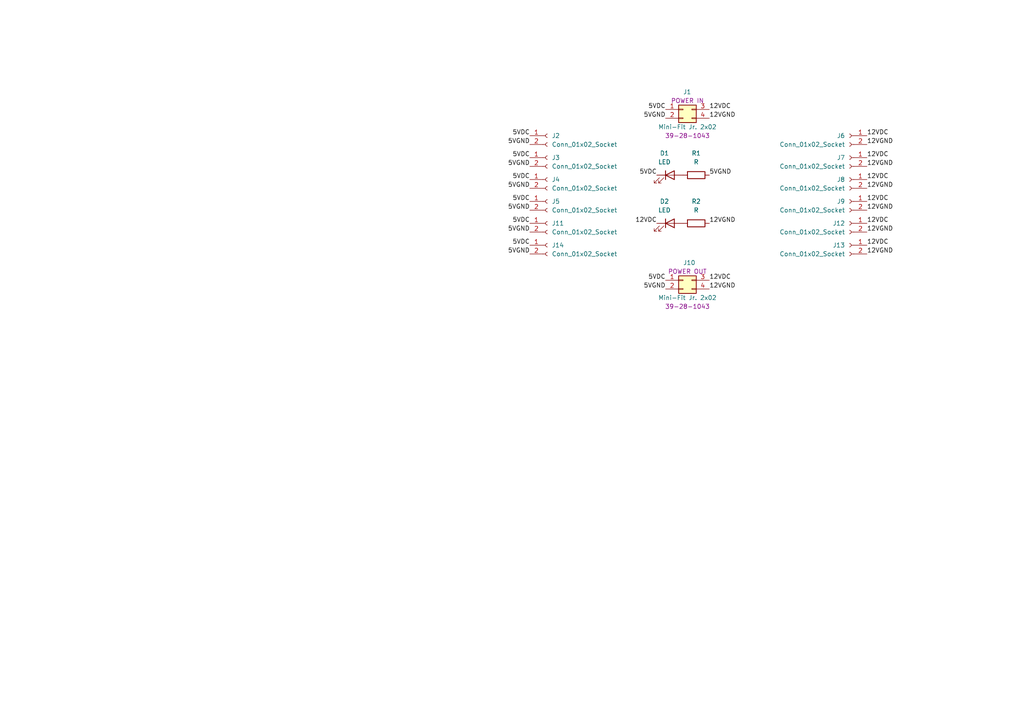
<source format=kicad_sch>
(kicad_sch (version 20231120) (generator "eeschema") (generator_version "8.0")
  (paper "A4")
  (lib_symbols
    (symbol "Connector:Conn_01x02_Socket" (pin_names (offset 1.016) hide)
      (property "Reference" "J" (at 0 2.54 0))
      (property "Value" "Conn_01x02_Socket" (at 0 -5.08 0))
      (symbol "Conn_01x02_Socket_1_1"
        (arc (start 0 -2.032) (mid -0.5058 -2.54) (end 0 -3.048) (stroke (width 0.1524)))
        (polyline (pts (xy -1.27 -2.54) (xy -0.508 -2.54)) (stroke (width 0.1524)))
        (polyline (pts (xy -1.27 0) (xy -0.508 0)) (stroke (width 0.1524)))
        (arc (start 0 0.508) (mid -0.5058 0) (end 0 -0.508) (stroke (width 0.1524)))
        (pin passive line (at -5.08 0 0) (length 3.81) (name "Pin_1") (number "1"))
        (pin passive line (at -5.08 -2.54 0) (length 3.81) (name "Pin_2") (number "2"))
      )
    )
    (symbol "Device:LED" (pin_numbers hide) (pin_names (offset 1.016) hide)
      (property "Reference" "D" (at 0 2.54 0))
      (property "Value" "LED" (at 0 -2.54 0))
      (symbol "LED_0_1"
        (polyline (pts (xy -1.27 -1.27) (xy -1.27 1.27)) (stroke (width 0.254)))
        (polyline (pts (xy -1.27 0) (xy 1.27 0)))
        (polyline (pts (xy 1.27 -1.27) (xy 1.27 1.27) (xy -1.27 0) (xy 1.27 -1.27)) (stroke (width 0.254)))
        (polyline (pts (xy -3.048 -0.762) (xy -4.572 -2.286) (xy -3.81 -2.286) (xy -4.572 -2.286) (xy -4.572 -1.524)))
        (polyline (pts (xy -1.778 -0.762) (xy -3.302 -2.286) (xy -2.54 -2.286) (xy -3.302 -2.286) (xy -3.302 -1.524)))
      )
      (symbol "LED_1_1"
        (pin passive line (at -3.81 0 0) (length 2.54) (name "K") (number "1"))
        (pin passive line (at 3.81 0 180) (length 2.54) (name "A") (number "2"))
      )
    )
    (symbol "Device:R" (pin_numbers hide) (pin_names (offset 0))
      (property "Reference" "R" (at 2.032 0 90))
      (property "Value" "R" (at 0 0 90))
      (symbol "R_0_1"
        (rectangle (start -1.016 -2.54) (end 1.016 2.54) (stroke (width 0.254)))
      )
      (symbol "R_1_1"
        (pin passive line (at 0 3.81 270) (length 1.27) (name "~") (number "1"))
        (pin passive line (at 0 -3.81 90) (length 1.27) (name "~") (number "2"))
      )
    )
    (symbol "OH_Symbols:Molex_Mini-Fit_Jr._2x02" (pin_names (offset 1.016) hide)
      (property "Reference" "J2" (at 0 5.08 0))
      (property "Value" "Mini-Fit Jr. 2x02" (at 1.27 -5.08 0))
      (property "Manufacturer PN" "39-28-1043" (at 1.27 -7.62 0))
      (property "Silkscreen" "BL OUT" (at 1.27 2.54 0))
      (symbol "Molex_Mini-Fit_Jr._2x02_1_1"
        (rectangle (start -1.27 -2.413) (end 0 -2.667) (stroke (width 0.1524)))
        (rectangle (start -1.27 0.127) (end 0 -0.127) (stroke (width 0.1524)))
        (rectangle (start -1.27 1.27) (end 3.81 -3.81) (stroke (width 0.254)) (fill (type background)))
        (rectangle (start 3.81 -2.413) (end 2.54 -2.667) (stroke (width 0.1524)))
        (rectangle (start 3.81 0.127) (end 2.54 -0.127) (stroke (width 0.1524)))
        (pin passive line (at -5.08 0 0) (length 3.81) (name "Pin_1") (number "1"))
        (pin passive line (at -5.08 -2.54 0) (length 3.81) (name "Pin_3") (number "2"))
        (pin passive line (at 7.62 0 180) (length 3.81) (name "Pin_2") (number "3"))
        (pin passive line (at 7.62 -2.54 180) (length 3.81) (name "Pin_4") (number "4"))
      )
    )
  )
  (label "5VDC" (at 193.04 31.75 180))
  (label "5VDC" (at 153.67 58.42 180))
  (label "5VDC" (at 193.04 81.28 180))
  (label "5VGND" (at 205.74 50.8 0))
  (label "5VDC" (at 190.5 50.8 180))
  (label "12VGND" (at 205.74 83.82 0))
  (label "5VGND" (at 153.67 60.96 180))
  (label "12VDC" (at 251.46 52.07 0))
  (label "12VGND" (at 251.46 60.96 0))
  (label "12VGND" (at 205.74 34.29 0))
  (label "12VDC" (at 251.46 71.12 0))
  (label "5VDC" (at 153.67 45.72 180))
  (label "5VGND" (at 153.67 67.31 180))
  (label "12VDC" (at 251.46 39.37 0))
  (label "12VGND" (at 251.46 48.26 0))
  (label "5VGND" (at 153.67 54.61 180))
  (label "5VDC" (at 153.67 39.37 180))
  (label "12VDC" (at 190.5 64.77 180))
  (label "12VGND" (at 251.46 67.31 0))
  (label "5VDC" (at 153.67 64.77 180))
  (label "5VGND" (at 153.67 41.91 180))
  (label "12VDC" (at 251.46 45.72 0))
  (label "5VGND" (at 153.67 48.26 180))
  (label "5VDC" (at 153.67 52.07 180))
  (label "12VDC" (at 205.74 81.28 0))
  (label "5VGND" (at 193.04 34.29 180))
  (label "5VGND" (at 153.67 73.66 180))
  (label "5VGND" (at 193.04 83.82 180))
  (label "12VDC" (at 251.46 58.42 0))
  (label "5VDC" (at 153.67 71.12 180))
  (label "12VGND" (at 251.46 54.61 0))
  (label "12VGND" (at 251.46 41.91 0))
  (label "12VGND" (at 251.46 73.66 0))
  (label "12VDC" (at 205.74 31.75 0))
  (label "12VGND" (at 205.74 64.77 0))
  (label "12VDC" (at 251.46 64.77 0))
  (symbol (lib_id "Connector:Conn_01x02_Socket") (at 246.38 64.77 0) (mirror y) (unit 1)
    (property "Reference" "J12" (at 245.11 64.7699 0) (effects (justify left)))
    (property "Value" "Conn_01x02_Socket" (at 245.11 67.3099 0) (effects (justify left)))
    (property "Footprint" "Connector_BarrelJack:BarrelJack_Horizontal" (effects (hide yes)))
    (property "Description" "Generic connector, single row, 01x02, script generated" (effects (hide yes)))
  )
  (symbol (lib_id "Connector:Conn_01x02_Socket") (at 246.38 39.37 0) (mirror y) (unit 1)
    (property "Reference" "J6" (at 245.11 39.3699 0) (effects (justify left)))
    (property "Value" "Conn_01x02_Socket" (at 245.11 41.9099 0) (effects (justify left)))
    (property "Footprint" "Connector_BarrelJack:BarrelJack_Horizontal" (effects (hide yes)))
    (property "Description" "Generic connector, single row, 01x02, script generated" (effects (hide yes)))
  )
  (symbol (lib_id "Connector:Conn_01x02_Socket") (at 158.75 71.12 0) (unit 1)
    (property "Reference" "J14" (at 160.02 71.1199 0) (effects (justify left)))
    (property "Value" "Conn_01x02_Socket" (at 160.02 73.6599 0) (effects (justify left)))
    (property "Footprint" "Connector_BarrelJack:BarrelJack_Horizontal" (effects (hide yes)))
    (property "Description" "Generic connector, single row, 01x02, script generated" (effects (hide yes)))
  )
  (symbol (lib_id "Connector:Conn_01x02_Socket") (at 158.75 39.37 0) (unit 1)
    (property "Reference" "J2" (at 160.02 39.3699 0) (effects (justify left)))
    (property "Value" "Conn_01x02_Socket" (at 160.02 41.9099 0) (effects (justify left)))
    (property "Footprint" "Connector_BarrelJack:BarrelJack_Horizontal" (effects (hide yes)))
    (property "Description" "Generic connector, single row, 01x02, script generated" (effects (hide yes)))
  )
  (symbol (lib_id "OH_Symbols:Molex_Mini-Fit_Jr._2x02") (at 198.12 81.28 0) (unit 1)
    (property "Reference" "J10" (at 198.12 76.2 0) (effects (justify left)))
    (property "Value" "Mini-Fit Jr. 2x02" (at 199.39 86.36 0))
    (property "Footprint" "Connector_Molex:Molex_Mini-Fit_Jr_5566-04A_2x02_P4.20mm_Vertical" (effects (hide yes)))
    (property "Datasheet" "https://www.molex.com/molex/search/partSearch?query=39281043&pQuery=" (effects (hide yes)))
    (property "LCSC" "C293502" (effects (hide yes)))
    (property "Manufacturer PN" "39-28-1043" (at 199.39 88.9 0))
    (property "Silkscreen" "POWER OUT" (at 199.39 78.74 0))
  )
  (symbol (lib_id "Connector:Conn_01x02_Socket") (at 158.75 52.07 0) (unit 1)
    (property "Reference" "J4" (at 160.02 52.0699 0) (effects (justify left)))
    (property "Value" "Conn_01x02_Socket" (at 160.02 54.6099 0) (effects (justify left)))
    (property "Footprint" "Connector_BarrelJack:BarrelJack_Horizontal" (effects (hide yes)))
    (property "Description" "Generic connector, single row, 01x02, script generated" (effects (hide yes)))
  )
  (symbol (lib_id "Connector:Conn_01x02_Socket") (at 246.38 58.42 0) (mirror y) (unit 1)
    (property "Reference" "J9" (at 245.11 58.4199 0) (effects (justify left)))
    (property "Value" "Conn_01x02_Socket" (at 245.11 60.9599 0) (effects (justify left)))
    (property "Footprint" "Connector_BarrelJack:BarrelJack_Horizontal" (effects (hide yes)))
    (property "Description" "Generic connector, single row, 01x02, script generated" (effects (hide yes)))
  )
  (symbol (lib_id "Connector:Conn_01x02_Socket") (at 158.75 45.72 0) (unit 1)
    (property "Reference" "J3" (at 160.02 45.7199 0) (effects (justify left)))
    (property "Value" "Conn_01x02_Socket" (at 160.02 48.2599 0) (effects (justify left)))
    (property "Footprint" "Connector_BarrelJack:BarrelJack_Horizontal" (effects (hide yes)))
    (property "Description" "Generic connector, single row, 01x02, script generated" (effects (hide yes)))
  )
  (symbol (lib_id "Device:LED") (at 194.31 50.8 0) (unit 1)
    (property "Reference" "D1" (at 192.7225 44.45 0))
    (property "Value" "LED" (at 192.7225 46.99 0))
    (property "Footprint" "LED_SMD:LED_0805_2012Metric" (effects (hide yes)))
    (property "Description" "Light emitting diode" (effects (hide yes)))
  )
  (symbol (lib_id "Device:R") (at 201.93 50.8 90) (unit 1)
    (property "Reference" "R1" (at 201.93 44.45 90))
    (property "Value" "R" (at 201.93 46.99 90))
    (property "Footprint" "Resistor_SMD:R_0805_2012Metric" (effects (hide yes)))
    (property "Description" "Resistor" (effects (hide yes)))
  )
  (symbol (lib_id "Connector:Conn_01x02_Socket") (at 246.38 71.12 0) (mirror y) (unit 1)
    (property "Reference" "J13" (at 245.11 71.1199 0) (effects (justify left)))
    (property "Value" "Conn_01x02_Socket" (at 245.11 73.6599 0) (effects (justify left)))
    (property "Footprint" "Connector_BarrelJack:BarrelJack_Horizontal" (effects (hide yes)))
    (property "Description" "Generic connector, single row, 01x02, script generated" (effects (hide yes)))
  )
  (symbol (lib_id "Connector:Conn_01x02_Socket") (at 246.38 45.72 0) (mirror y) (unit 1)
    (property "Reference" "J7" (at 245.11 45.7199 0) (effects (justify left)))
    (property "Value" "Conn_01x02_Socket" (at 245.11 48.2599 0) (effects (justify left)))
    (property "Footprint" "Connector_BarrelJack:BarrelJack_Horizontal" (effects (hide yes)))
    (property "Description" "Generic connector, single row, 01x02, script generated" (effects (hide yes)))
  )
  (symbol (lib_id "Connector:Conn_01x02_Socket") (at 158.75 64.77 0) (unit 1)
    (property "Reference" "J11" (at 160.02 64.7699 0) (effects (justify left)))
    (property "Value" "Conn_01x02_Socket" (at 160.02 67.3099 0) (effects (justify left)))
    (property "Footprint" "Connector_BarrelJack:BarrelJack_Horizontal" (effects (hide yes)))
    (property "Description" "Generic connector, single row, 01x02, script generated" (effects (hide yes)))
  )
  (symbol (lib_id "Device:LED") (at 194.31 64.77 0) (unit 1)
    (property "Reference" "D2" (at 192.7225 58.42 0))
    (property "Value" "LED" (at 192.7225 60.96 0))
    (property "Footprint" "LED_SMD:LED_0805_2012Metric" (effects (hide yes)))
    (property "Description" "Light emitting diode" (effects (hide yes)))
  )
  (symbol (lib_id "OH_Symbols:Molex_Mini-Fit_Jr._2x02") (at 198.12 31.75 0) (unit 1)
    (property "Reference" "J1" (at 198.12 26.67 0) (effects (justify left)))
    (property "Value" "Mini-Fit Jr. 2x02" (at 199.39 36.83 0))
    (property "Footprint" "Connector_Molex:Molex_Mini-Fit_Jr_5566-04A_2x02_P4.20mm_Vertical" (effects (hide yes)))
    (property "Datasheet" "https://www.molex.com/molex/search/partSearch?query=39281043&pQuery=" (effects (hide yes)))
    (property "LCSC" "C293502" (effects (hide yes)))
    (property "Manufacturer PN" "39-28-1043" (at 199.39 39.37 0))
    (property "Silkscreen" "POWER IN" (at 199.39 29.21 0))
  )
  (symbol (lib_id "Connector:Conn_01x02_Socket") (at 246.38 52.07 0) (mirror y) (unit 1)
    (property "Reference" "J8" (at 245.11 52.0699 0) (effects (justify left)))
    (property "Value" "Conn_01x02_Socket" (at 245.11 54.6099 0) (effects (justify left)))
    (property "Footprint" "Connector_BarrelJack:BarrelJack_Horizontal" (effects (hide yes)))
    (property "Description" "Generic connector, single row, 01x02, script generated" (effects (hide yes)))
  )
  (symbol (lib_id "Connector:Conn_01x02_Socket") (at 158.75 58.42 0) (unit 1)
    (property "Reference" "J5" (at 160.02 58.4199 0) (effects (justify left)))
    (property "Value" "Conn_01x02_Socket" (at 160.02 60.9599 0) (effects (justify left)))
    (property "Footprint" "Connector_BarrelJack:BarrelJack_Horizontal" (effects (hide yes)))
    (property "Description" "Generic connector, single row, 01x02, script generated" (effects (hide yes)))
  )
  (symbol (lib_id "Device:R") (at 201.93 64.77 90) (unit 1)
    (property "Reference" "R2" (at 201.93 58.42 90))
    (property "Value" "R" (at 201.93 60.96 90))
    (property "Footprint" "Resistor_SMD:R_0805_2012Metric" (effects (hide yes)))
    (property "Description" "Resistor" (effects (hide yes)))
  )
)
</source>
